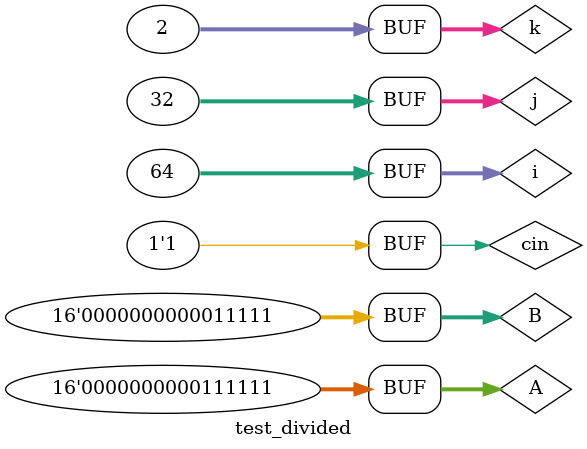
<source format=v>
module Adder_tb;

reg[15:0] A,B;
reg cin;

wire[15:0] sum;
wire cout;

integer i,j,k;

CarrySelectAdder Adder (A,B,cin,sum,cout);
//------------
initial begin
cin=0;
A[15:0]=0;
B[15:0]=0;
$display ("time\t  A                B                Cin Sum                Cout");	
$monitor ("%g\t  %b %b %b   %b   %b", 
  	   $time,A,B,cin, sum,cout);	
for(k=0;k<2;k=k+1)
begin
	cin=k;
	for(i=0;i<16;i=i+1)
	begin
		for(j=0;j<16;j=j+1)
		begin
			A=i;
			B=j;
			#10;
		end
	end
end

end

endmodule

//-----------------------------------------

module test_divided;
reg[15:0] A,B;
reg cin;

wire[15:0] sum;
wire cout;
//---------
wire W0,W1,W2;
wire [2:0] w;
integer i,j,k;

Four_Bit_Ripple_Carry_Adder Frb(A[3:0],B[3:0],cin,sum[3:0],W0);

Four_Bit_Carry_Select_Adder Fcs1(A[7:4],B[7:4],W0,sum[7:4],W1);
Four_Bit_Carry_Select_Adder Fcs2(A[11:8],B[11:8],W1,sum[11:8],W2);
Four_Bit_Carry_Select_Adder Fcs3(A[15:12],B[15:12],W2,sum[15:12],cout);

initial begin
cin=0;
A[15:0]=0;
B[15:0]=0;
$display ("time\t A                B                Cin Carry to RibbleAdder Carry to CarrySelectAdder1 Carry to CarrySelectAdder2 Carry to CarrySelectAdder3 Sum               Cout");	
$monitor ("%g\t %b %b %b   %b 	                  %b 			                      %b 		                       %b 		                       %b  %b", 
  	  $time, A, B, cin,cin,		   W0,                       W1,                        W2,                      sum,cout);	
for(k=0;k<2;k=k+1)
begin
	cin=k;
	for(i=32;i<64;i=i+1)
	begin
		for(j=16;j<32;j=j+1)
		begin
			A=i;
			B=j;
			#10;
		end
	end
end


end
endmodule

</source>
